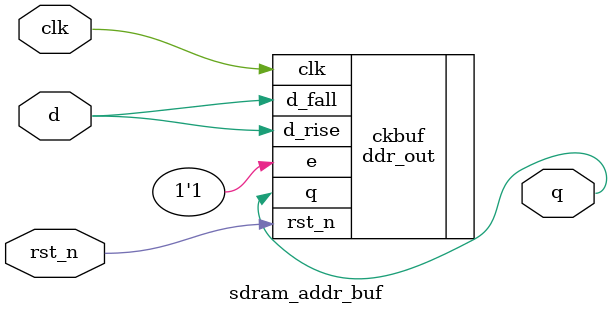
<source format=v>
module sdram_addr_buf (
	input  wire clk,
	input  wire rst_n,
	input  wire d,
	output wire q
);

// FIXME this is a workaround for apparent lack of SDR output buffers in
// Trellis at the moment

ddr_out ckbuf (
	.clk (clk),
	.rst_n (rst_n),

	.d_rise (d),
	.d_fall (d),
	.e      (1'b1),
	.q      (q)
);

endmodule

</source>
